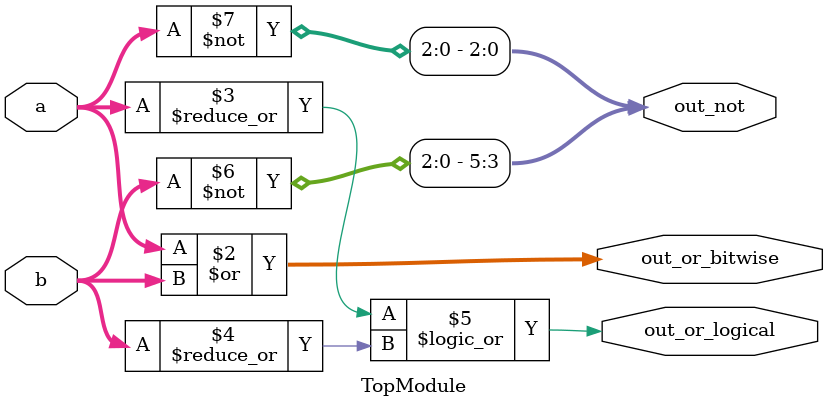
<source format=sv>

module TopModule (
  input [2:0] a,
  input [2:0] b,
  output reg [2:0] out_or_bitwise,
  output reg out_or_logical,
  output reg [5:0] out_not
);

  always @(*) begin
    // Compute the bitwise-OR of a and b
    out_or_bitwise = a | b;

    // Compute the logical-OR of a and b
    out_or_logical = |a || |b; // '|' operator checks if any bit is '1'

    // Compute the inverse (NOT) of both a and b
    out_not[5:3] = ~b;  // Inverse of b in upper half
    out_not[2:0] = ~a;  // Inverse of a in lower half
  end

endmodule

// VERILOG-EVAL: errant inclusion of module definition

</source>
